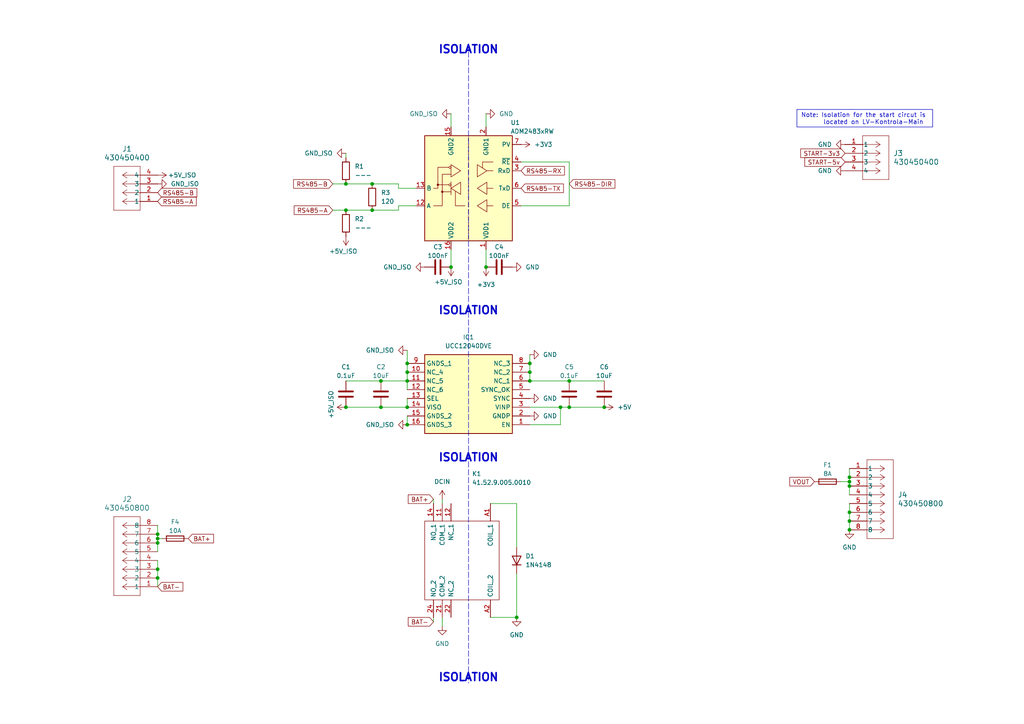
<source format=kicad_sch>
(kicad_sch (version 20250114) (generator "eeschema") (generator_version "9.0")
  (paper "A4")
  (title_block (title "LV_Regulator_Main") (rev "1.00A") (company "\"Black Horntets\" Formula Student team") (comment 1 "Authors: Dusan Novkovic; Nikola Popovic") (comment 2 "Subteam: Low Voltage Team"))
  (lib_symbols
    (symbol "2026-02-03_07-47-36:430450800" (pin_names (offset 0.254))
      (property "Reference" "J" (at 8.89 6.35 0))
      (property "Value" "430450800" (at 0 0 0))
      (symbol "430450800_1_1"
        (polyline (pts (xy 5.08 2.54) (xy 5.08 -20.32)) (stroke (width 0.127)))
        (polyline (pts (xy 5.08 -20.32) (xy 12.7 -20.32)) (stroke (width 0.127)))
        (polyline (pts (xy 10.16 0) (xy 5.08 0)) (stroke (width 0.127)))
        (polyline (pts (xy 10.16 0) (xy 8.89 0.8467)) (stroke (width 0.127)))
        (polyline (pts (xy 10.16 0) (xy 8.89 -0.8467)) (stroke (width 0.127)))
        (polyline (pts (xy 10.16 -2.54) (xy 5.08 -2.54)) (stroke (width 0.127)))
        (polyline (pts (xy 10.16 -2.54) (xy 8.89 -1.6933)) (stroke (width 0.127)))
        (polyline (pts (xy 10.16 -2.54) (xy 8.89 -3.3867)) (stroke (width 0.127)))
        (polyline (pts (xy 10.16 -5.08) (xy 5.08 -5.08)) (stroke (width 0.127)))
        (polyline (pts (xy 10.16 -5.08) (xy 8.89 -4.2333)) (stroke (width 0.127)))
        (polyline (pts (xy 10.16 -5.08) (xy 8.89 -5.9267)) (stroke (width 0.127)))
        (polyline (pts (xy 10.16 -7.62) (xy 5.08 -7.62)) (stroke (width 0.127)))
        (polyline (pts (xy 10.16 -7.62) (xy 8.89 -6.7733)) (stroke (width 0.127)))
        (polyline (pts (xy 10.16 -7.62) (xy 8.89 -8.4667)) (stroke (width 0.127)))
        (polyline (pts (xy 10.16 -10.16) (xy 5.08 -10.16)) (stroke (width 0.127)))
        (polyline (pts (xy 10.16 -10.16) (xy 8.89 -9.3133)) (stroke (width 0.127)))
        (polyline (pts (xy 10.16 -10.16) (xy 8.89 -11.0067)) (stroke (width 0.127)))
        (polyline (pts (xy 10.16 -12.7) (xy 5.08 -12.7)) (stroke (width 0.127)))
        (polyline (pts (xy 10.16 -12.7) (xy 8.89 -11.8533)) (stroke (width 0.127)))
        (polyline (pts (xy 10.16 -12.7) (xy 8.89 -13.5467)) (stroke (width 0.127)))
        (polyline (pts (xy 10.16 -15.24) (xy 5.08 -15.24)) (stroke (width 0.127)))
        (polyline (pts (xy 10.16 -15.24) (xy 8.89 -14.3933)) (stroke (width 0.127)))
        (polyline (pts (xy 10.16 -15.24) (xy 8.89 -16.0867)) (stroke (width 0.127)))
        (polyline (pts (xy 10.16 -17.78) (xy 5.08 -17.78)) (stroke (width 0.127)))
        (polyline (pts (xy 10.16 -17.78) (xy 8.89 -16.9333)) (stroke (width 0.127)))
        (polyline (pts (xy 10.16 -17.78) (xy 8.89 -18.6267)) (stroke (width 0.127)))
        (polyline (pts (xy 12.7 2.54) (xy 5.08 2.54)) (stroke (width 0.127)))
        (polyline (pts (xy 12.7 -20.32) (xy 12.7 2.54)) (stroke (width 0.127)))
        (pin unspecified line (at 0 0 0) (length 5.08) (name "1") (number "1"))
        (pin unspecified line (at 0 -2.54 0) (length 5.08) (name "2") (number "2"))
        (pin unspecified line (at 0 -5.08 0) (length 5.08) (name "3") (number "3"))
        (pin unspecified line (at 0 -7.62 0) (length 5.08) (name "4") (number "4"))
        (pin unspecified line (at 0 -10.16 0) (length 5.08) (name "5") (number "5"))
        (pin unspecified line (at 0 -12.7 0) (length 5.08) (name "6") (number "6"))
        (pin unspecified line (at 0 -15.24 0) (length 5.08) (name "7") (number "7"))
        (pin unspecified line (at 0 -17.78 0) (length 5.08) (name "8") (number "8"))
      )
      (symbol "430450800_1_2"
        (polyline (pts (xy 5.08 2.54) (xy 5.08 -20.32)) (stroke (width 0.127)))
        (polyline (pts (xy 5.08 -20.32) (xy 12.7 -20.32)) (stroke (width 0.127)))
        (polyline (pts (xy 7.62 0) (xy 5.08 0)) (stroke (width 0.127)))
        (polyline (pts (xy 7.62 0) (xy 8.89 0.8467)) (stroke (width 0.127)))
        (polyline (pts (xy 7.62 0) (xy 8.89 -0.8467)) (stroke (width 0.127)))
        (polyline (pts (xy 7.62 -2.54) (xy 5.08 -2.54)) (stroke (width 0.127)))
        (polyline (pts (xy 7.62 -2.54) (xy 8.89 -1.6933)) (stroke (width 0.127)))
        (polyline (pts (xy 7.62 -2.54) (xy 8.89 -3.3867)) (stroke (width 0.127)))
        (polyline (pts (xy 7.62 -5.08) (xy 5.08 -5.08)) (stroke (width 0.127)))
        (polyline (pts (xy 7.62 -5.08) (xy 8.89 -4.2333)) (stroke (width 0.127)))
        (polyline (pts (xy 7.62 -5.08) (xy 8.89 -5.9267)) (stroke (width 0.127)))
        (polyline (pts (xy 7.62 -7.62) (xy 5.08 -7.62)) (stroke (width 0.127)))
        (polyline (pts (xy 7.62 -7.62) (xy 8.89 -6.7733)) (stroke (width 0.127)))
        (polyline (pts (xy 7.62 -7.62) (xy 8.89 -8.4667)) (stroke (width 0.127)))
        (polyline (pts (xy 7.62 -10.16) (xy 5.08 -10.16)) (stroke (width 0.127)))
        (polyline (pts (xy 7.62 -10.16) (xy 8.89 -9.3133)) (stroke (width 0.127)))
        (polyline (pts (xy 7.62 -10.16) (xy 8.89 -11.0067)) (stroke (width 0.127)))
        (polyline (pts (xy 7.62 -12.7) (xy 5.08 -12.7)) (stroke (width 0.127)))
        (polyline (pts (xy 7.62 -12.7) (xy 8.89 -11.8533)) (stroke (width 0.127)))
        (polyline (pts (xy 7.62 -12.7) (xy 8.89 -13.5467)) (stroke (width 0.127)))
        (polyline (pts (xy 7.62 -15.24) (xy 5.08 -15.24)) (stroke (width 0.127)))
        (polyline (pts (xy 7.62 -15.24) (xy 8.89 -14.3933)) (stroke (width 0.127)))
        (polyline (pts (xy 7.62 -15.24) (xy 8.89 -16.0867)) (stroke (width 0.127)))
        (polyline (pts (xy 7.62 -17.78) (xy 5.08 -17.78)) (stroke (width 0.127)))
        (polyline (pts (xy 7.62 -17.78) (xy 8.89 -16.9333)) (stroke (width 0.127)))
        (polyline (pts (xy 7.62 -17.78) (xy 8.89 -18.6267)) (stroke (width 0.127)))
        (polyline (pts (xy 12.7 2.54) (xy 5.08 2.54)) (stroke (width 0.127)))
        (polyline (pts (xy 12.7 -20.32) (xy 12.7 2.54)) (stroke (width 0.127)))
        (pin unspecified line (at 0 0 0) (length 5.08) (name "1") (number "1"))
        (pin unspecified line (at 0 -2.54 0) (length 5.08) (name "2") (number "2"))
        (pin unspecified line (at 0 -5.08 0) (length 5.08) (name "3") (number "3"))
        (pin unspecified line (at 0 -7.62 0) (length 5.08) (name "4") (number "4"))
        (pin unspecified line (at 0 -10.16 0) (length 5.08) (name "5") (number "5"))
        (pin unspecified line (at 0 -12.7 0) (length 5.08) (name "6") (number "6"))
        (pin unspecified line (at 0 -15.24 0) (length 5.08) (name "7") (number "7"))
        (pin unspecified line (at 0 -17.78 0) (length 5.08) (name "8") (number "8"))
      )
    )
    (symbol "2026-02-03_07-49-24:430450400" (pin_names (offset 0.254))
      (property "Reference" "J" (at 8.89 6.35 0))
      (property "Value" "430450400" (at 0 0 0))
      (symbol "430450400_1_1"
        (polyline (pts (xy 5.08 2.54) (xy 5.08 -10.16)) (stroke (width 0.127)))
        (polyline (pts (xy 5.08 -10.16) (xy 12.7 -10.16)) (stroke (width 0.127)))
        (polyline (pts (xy 10.16 0) (xy 5.08 0)) (stroke (width 0.127)))
        (polyline (pts (xy 10.16 0) (xy 8.89 0.8467)) (stroke (width 0.127)))
        (polyline (pts (xy 10.16 0) (xy 8.89 -0.8467)) (stroke (width 0.127)))
        (polyline (pts (xy 10.16 -2.54) (xy 5.08 -2.54)) (stroke (width 0.127)))
        (polyline (pts (xy 10.16 -2.54) (xy 8.89 -1.6933)) (stroke (width 0.127)))
        (polyline (pts (xy 10.16 -2.54) (xy 8.89 -3.3867)) (stroke (width 0.127)))
        (polyline (pts (xy 10.16 -5.08) (xy 5.08 -5.08)) (stroke (width 0.127)))
        (polyline (pts (xy 10.16 -5.08) (xy 8.89 -4.2333)) (stroke (width 0.127)))
        (polyline (pts (xy 10.16 -5.08) (xy 8.89 -5.9267)) (stroke (width 0.127)))
        (polyline (pts (xy 10.16 -7.62) (xy 5.08 -7.62)) (stroke (width 0.127)))
        (polyline (pts (xy 10.16 -7.62) (xy 8.89 -6.7733)) (stroke (width 0.127)))
        (polyline (pts (xy 10.16 -7.62) (xy 8.89 -8.4667)) (stroke (width 0.127)))
        (polyline (pts (xy 12.7 2.54) (xy 5.08 2.54)) (stroke (width 0.127)))
        (polyline (pts (xy 12.7 -10.16) (xy 12.7 2.54)) (stroke (width 0.127)))
        (pin unspecified line (at 0 0 0) (length 5.08) (name "1") (number "1"))
        (pin unspecified line (at 0 -2.54 0) (length 5.08) (name "2") (number "2"))
        (pin unspecified line (at 0 -5.08 0) (length 5.08) (name "3") (number "3"))
        (pin unspecified line (at 0 -7.62 0) (length 5.08) (name "4") (number "4"))
      )
      (symbol "430450400_1_2"
        (polyline (pts (xy 5.08 2.54) (xy 5.08 -10.16)) (stroke (width 0.127)))
        (polyline (pts (xy 5.08 -10.16) (xy 12.7 -10.16)) (stroke (width 0.127)))
        (polyline (pts (xy 7.62 0) (xy 5.08 0)) (stroke (width 0.127)))
        (polyline (pts (xy 7.62 0) (xy 8.89 0.8467)) (stroke (width 0.127)))
        (polyline (pts (xy 7.62 0) (xy 8.89 -0.8467)) (stroke (width 0.127)))
        (polyline (pts (xy 7.62 -2.54) (xy 5.08 -2.54)) (stroke (width 0.127)))
        (polyline (pts (xy 7.62 -2.54) (xy 8.89 -1.6933)) (stroke (width 0.127)))
        (polyline (pts (xy 7.62 -2.54) (xy 8.89 -3.3867)) (stroke (width 0.127)))
        (polyline (pts (xy 7.62 -5.08) (xy 5.08 -5.08)) (stroke (width 0.127)))
        (polyline (pts (xy 7.62 -5.08) (xy 8.89 -4.2333)) (stroke (width 0.127)))
        (polyline (pts (xy 7.62 -5.08) (xy 8.89 -5.9267)) (stroke (width 0.127)))
        (polyline (pts (xy 7.62 -7.62) (xy 5.08 -7.62)) (stroke (width 0.127)))
        (polyline (pts (xy 7.62 -7.62) (xy 8.89 -6.7733)) (stroke (width 0.127)))
        (polyline (pts (xy 7.62 -7.62) (xy 8.89 -8.4667)) (stroke (width 0.127)))
        (polyline (pts (xy 12.7 2.54) (xy 5.08 2.54)) (stroke (width 0.127)))
        (polyline (pts (xy 12.7 -10.16) (xy 12.7 2.54)) (stroke (width 0.127)))
        (pin unspecified line (at 0 0 0) (length 5.08) (name "1") (number "1"))
        (pin unspecified line (at 0 -2.54 0) (length 5.08) (name "2") (number "2"))
        (pin unspecified line (at 0 -5.08 0) (length 5.08) (name "3") (number "3"))
        (pin unspecified line (at 0 -7.62 0) (length 5.08) (name "4") (number "4"))
      )
    )
    (symbol "41.52.9.005.0010:41.52.9.005.0010" (pin_names (offset 0.762))
      (property "Reference" "K" (at 29.21 7.112 0))
      (property "Value" "41.52.9.005.0010" (at 29.21 4.572 0))
      (symbol "41.52.9.005.0010_0_0"
        (pin passive line (at 0 8.89 0) (length 5.08) (name "COIL_1") (number "A1"))
        (pin passive line (at 0 -2.54 0) (length 5.08) (name "NC_1") (number "12"))
        (pin passive line (at 0 -5.08 0) (length 5.08) (name "COM_1") (number "11"))
        (pin passive line (at 0 -7.62 0) (length 5.08) (name "NO_1") (number "14"))
        (pin passive line (at 33.02 8.89 180) (length 5.08) (name "COIL_2") (number "A2"))
        (pin passive line (at 33.02 -2.54 180) (length 5.08) (name "NC_2") (number "22"))
        (pin passive line (at 33.02 -5.08 180) (length 5.08) (name "COM_2") (number "21"))
        (pin passive line (at 33.02 -7.62 180) (length 5.08) (name "NO_2") (number "24"))
      )
      (symbol "41.52.9.005.0010_0_1"
        (polyline (pts (xy 5.08 11.43) (xy 27.94 11.43) (xy 27.94 -10.16) (xy 5.08 -10.16) (xy 5.08 11.43)) (stroke (width 0.1524)))
      )
    )
    (symbol "Device:C" (pin_numbers (hide yes)) (pin_names (offset 0.254))
      (property "Reference" "C" (at 0.635 2.54 0))
      (property "Value" "C" (at 0.635 -2.54 0))
      (symbol "C_0_1"
        (polyline (pts (xy -2.032 0.762) (xy 2.032 0.762)) (stroke (width 0.508)))
        (polyline (pts (xy -2.032 -0.762) (xy 2.032 -0.762)) (stroke (width 0.508)))
      )
      (symbol "C_1_1"
        (pin passive line (at 0 3.81 270) (length 2.794) (name "~") (number "1"))
        (pin passive line (at 0 -3.81 90) (length 2.794) (name "~") (number "2"))
      )
    )
    (symbol "Device:D" (pin_numbers (hide yes)) (pin_names (offset 1.016) (hide yes))
      (property "Reference" "D" (at 0 2.54 0))
      (property "Value" "D" (at 0 -2.54 0))
      (symbol "D_0_1"
        (polyline (pts (xy -1.27 1.27) (xy -1.27 -1.27)) (stroke (width 0.254)))
        (polyline (pts (xy 1.27 1.27) (xy 1.27 -1.27) (xy -1.27 0) (xy 1.27 1.27)) (stroke (width 0.254)))
        (polyline (pts (xy 1.27 0) (xy -1.27 0)))
      )
      (symbol "D_1_1"
        (pin passive line (at -3.81 0 0) (length 2.54) (name "K") (number "1"))
        (pin passive line (at 3.81 0 180) (length 2.54) (name "A") (number "2"))
      )
    )
    (symbol "Device:Fuse" (pin_numbers (hide yes)) (pin_names (offset 0))
      (property "Reference" "F" (at 2.032 0 90))
      (property "Value" "Fuse" (at -1.905 0 90))
      (symbol "Fuse_0_1"
        (rectangle (start -0.762 -2.54) (end 0.762 2.54) (stroke (width 0.254)))
        (polyline (pts (xy 0 2.54) (xy 0 -2.54)))
      )
      (symbol "Fuse_1_1"
        (pin passive line (at 0 3.81 270) (length 1.27) (name "~") (number "1"))
        (pin passive line (at 0 -3.81 90) (length 1.27) (name "~") (number "2"))
      )
    )
    (symbol "Device:R" (pin_numbers (hide yes)) (pin_names (offset 0))
      (property "Reference" "R" (at 2.032 0 90))
      (property "Value" "R" (at 0 0 90))
      (symbol "R_0_1"
        (rectangle (start -1.016 -2.54) (end 1.016 2.54) (stroke (width 0.254)))
      )
      (symbol "R_1_1"
        (pin passive line (at 0 3.81 270) (length 1.27) (name "~") (number "1"))
        (pin passive line (at 0 -3.81 90) (length 1.27) (name "~") (number "2"))
      )
    )
    (symbol "Interface_UART:ADM2483xRW"
      (property "Reference" "U" (at -12.7 16.51 0))
      (property "Value" "ADM2483xRW" (at 6.35 16.51 0))
      (symbol "ADM2483xRW_0_0"
        (polyline (pts (xy 0 14.986) (xy 0 13.716)))
        (polyline (pts (xy 0 13.081) (xy 0 11.811)))
        (polyline (pts (xy 0 11.176) (xy 0 9.906)))
        (polyline (pts (xy 0 9.271) (xy 0 8.001)))
        (polyline (pts (xy 0 7.366) (xy 0 6.096)))
        (polyline (pts (xy 0 5.461) (xy 0 4.191)))
        (polyline (pts (xy 0 3.556) (xy 0 2.286)))
        (polyline (pts (xy 0 1.651) (xy 0 0.381)))
        (polyline (pts (xy 0 -0.254) (xy 0 -1.524)))
        (polyline (pts (xy 0 -2.159) (xy 0 -3.429)))
        (polyline (pts (xy 0 -4.064) (xy 0 -5.334)))
        (polyline (pts (xy 0 -5.969) (xy 0 -7.239)))
        (polyline (pts (xy 0 -7.874) (xy 0 -9.144)))
        (polyline (pts (xy 0 -9.779) (xy 0 -11.049)))
        (polyline (pts (xy 0 -11.684) (xy 0 -12.954)))
        (polyline (pts (xy 0 -13.589) (xy 0 -14.859)))
      )
      (symbol "ADM2483xRW_0_1"
        (rectangle (start -12.7 15.24) (end 12.7 -15.24) (stroke (width 0.254)) (fill (type background)))
        (polyline (pts (xy -7.112 -7.62) (xy -4.064 -7.62) (xy -4.064 -5.969)))
        (polyline (pts (xy -5.334 5.08) (xy -7.112 5.08)))
        (polyline (pts (xy -5.334 0) (xy -7.112 0)))
        (polyline (pts (xy -5.334 -5.08) (xy -7.112 -5.08)))
        (polyline (pts (xy -5.334 -5.08) (xy -2.54 -3.302) (xy -2.54 -6.858) (xy -5.334 -5.08)))
        (polyline (pts (xy -2.54 5.08) (xy -5.334 6.858) (xy -5.334 3.302) (xy -2.54 5.08)))
        (polyline (pts (xy -2.54 0) (xy -5.334 1.778) (xy -5.334 -1.778) (xy -2.54 0)))
        (polyline (pts (xy 1.016 5.08) (xy 3.81 5.08) (xy 3.81 0.889)))
        (polyline (pts (xy 2.286 -5.08) (xy 5.08 -3.302) (xy 5.08 -6.858) (xy 2.286 -5.08)))
        (polyline (pts (xy 5.08 1.905) (xy 5.08 -1.905)))
        (polyline (pts (xy 5.08 1.016) (xy 7.62 1.016)))
        (polyline (pts (xy 5.08 0) (xy 2.286 1.778) (xy 2.286 -1.778) (xy 5.08 0)))
        (polyline (pts (xy 5.08 -4.064) (xy 7.62 -4.064) (xy 7.62 5.08) (xy 10.16 5.08)))
        (circle (center 5.3848 -0.9906) (radius 0.3048))
        (circle (center 5.3848 -6.0706) (radius 0.3048))
        (polyline (pts (xy 5.715 -1.016) (xy 8.89 -1.016)))
        (polyline (pts (xy 5.715 -6.096) (xy 8.89 -6.096) (xy 8.89 0) (xy 10.16 0)))
        (circle (center 7.62 1.016) (radius 0.254) (fill (type outline)))
        (circle (center 8.89 -1.016) (radius 0.254) (fill (type outline)))
      )
      (symbol "ADM2483xRW_1_1"
        (pin input line (at -15.24 5.08 0) (length 2.54) (name "DE") (number "5"))
        (pin input line (at -15.24 0 0) (length 2.54) (name "TxD") (number "6"))
        (pin output line (at -15.24 -5.08 0) (length 2.54) (name "RxD") (number "3"))
        (pin input line (at -15.24 -7.62 0) (length 2.54) (name "~{RE}") (number "4"))
        (pin input line (at -15.24 -12.7 0) (length 2.54) (name "PV") (number "7"))
        (pin power_in line (at -5.08 17.78 270) (length 2.54) (name "VDD1") (number "1"))
        (pin power_in line (at -5.08 -17.78 90) (length 2.54) (name "GND1") (number "2"))
        (pin passive line (at -5.08 -17.78 90) (length 2.54) (hide yes) (name "GND1") (number "8"))
        (pin power_in line (at 5.08 17.78 270) (length 2.54) (name "VDD2") (number "16"))
        (pin power_in line (at 5.08 -17.78 90) (length 2.54) (name "GND2") (number "15"))
        (pin passive line (at 5.08 -17.78 90) (length 2.54) (hide yes) (name "GND2") (number "9"))
        (pin no_connect line (at 7.62 -15.24 90) (length 2.54) (hide yes) (name "NC") (number "10"))
        (pin no_connect line (at 12.7 7.62 180) (length 2.54) (hide yes) (name "NC") (number "14"))
        (pin no_connect line (at 12.7 -7.62 180) (length 2.54) (hide yes) (name "NC") (number "11"))
        (pin bidirectional line (at 15.24 5.08 180) (length 2.54) (name "A") (number "12"))
        (pin bidirectional line (at 15.24 0 180) (length 2.54) (name "B") (number "13"))
      )
    )
    (symbol "UCC12040DVE:UCC12040DVE"
      (property "Reference" "IC" (at 31.75 7.62 0))
      (property "Value" "UCC12040DVE" (at 31.75 5.08 0))
      (symbol "UCC12040DVE_1_1"
        (rectangle (start 5.08 2.54) (end 30.48 -20.32) (stroke (width 0.254)) (fill (type background)))
        (pin passive line (at 0 0 0) (length 5.08) (name "EN") (number "1"))
        (pin passive line (at 0 -2.54 0) (length 5.08) (name "GNDP") (number "2"))
        (pin passive line (at 0 -5.08 0) (length 5.08) (name "VINP") (number "3"))
        (pin passive line (at 0 -7.62 0) (length 5.08) (name "SYNC") (number "4"))
        (pin passive line (at 0 -10.16 0) (length 5.08) (name "SYNC_OK") (number "5"))
        (pin passive line (at 0 -12.7 0) (length 5.08) (name "NC_1") (number "6"))
        (pin passive line (at 0 -15.24 0) (length 5.08) (name "NC_2") (number "7"))
        (pin passive line (at 0 -17.78 0) (length 5.08) (name "NC_3") (number "8"))
        (pin passive line (at 35.56 0 180) (length 5.08) (name "GNDS_3") (number "16"))
        (pin passive line (at 35.56 -2.54 180) (length 5.08) (name "GNDS_2") (number "15"))
        (pin passive line (at 35.56 -5.08 180) (length 5.08) (name "VISO") (number "14"))
        (pin passive line (at 35.56 -7.62 180) (length 5.08) (name "SEL") (number "13"))
        (pin passive line (at 35.56 -10.16 180) (length 5.08) (name "NC_6") (number "12"))
        (pin passive line (at 35.56 -12.7 180) (length 5.08) (name "NC_5") (number "11"))
        (pin passive line (at 35.56 -15.24 180) (length 5.08) (name "NC_4") (number "10"))
        (pin passive line (at 35.56 -17.78 180) (length 5.08) (name "GNDS_1") (number "9"))
      )
    )
    (symbol "power:+3V3" (power) (pin_numbers (hide yes)) (pin_names (offset 0) (hide yes))
      (property "Value" "+3V3" (at 0 3.556 0))
      (symbol "+3V3_0_1"
        (polyline (pts (xy -0.762 1.27) (xy 0 2.54)))
        (polyline (pts (xy 0 2.54) (xy 0.762 1.27)))
        (polyline (pts (xy 0 0) (xy 0 2.54)))
      )
      (symbol "+3V3_1_1"
        (pin power_in line (at 0 0 90) (length 0) (name "~") (number "1"))
      )
    )
    (symbol "power:+5V" (power) (pin_numbers (hide yes)) (pin_names (offset 0) (hide yes))
      (property "Value" "+5V" (at 0 3.556 0))
      (symbol "+5V_0_1"
        (polyline (pts (xy -0.762 1.27) (xy 0 2.54)))
        (polyline (pts (xy 0 2.54) (xy 0.762 1.27)))
        (polyline (pts (xy 0 0) (xy 0 2.54)))
      )
      (symbol "+5V_1_1"
        (pin power_in line (at 0 0 90) (length 0) (name "~") (number "1"))
      )
    )
    (symbol "power:GND" (power) (pin_numbers (hide yes)) (pin_names (offset 0) (hide yes))
      (property "Value" "GND" (at 0 -3.81 0))
      (symbol "GND_0_1"
        (polyline (pts (xy 0 0) (xy 0 -1.27) (xy 1.27 -1.27) (xy 0 -2.54) (xy -1.27 -1.27) (xy 0 -1.27)))
      )
      (symbol "GND_1_1"
        (pin power_in line (at 0 0 270) (length 0) (name "~") (number "1"))
      )
    )
    (symbol "power:VD" (power) (pin_numbers (hide yes)) (pin_names (offset 0) (hide yes))
      (property "Value" "VD" (at 0 3.556 0))
      (symbol "VD_0_1"
        (polyline (pts (xy -0.762 1.27) (xy 0 2.54)))
        (polyline (pts (xy 0 2.54) (xy 0.762 1.27)))
        (polyline (pts (xy 0 0) (xy 0 2.54)))
      )
      (symbol "VD_1_1"
        (pin power_in line (at 0 0 90) (length 0) (name "~") (number "1"))
      )
    )
  )
  (rectangle (start 231.14 31.75) (end 270.51 36.83))
  (text "ISOLATION" (at 135.89 196.596 0) (effects (font (size 2.286 2.286) (thickness 0.4572) (bold yes))))
  (text "ISOLATION" (at 135.89 90.17 0) (effects (font (size 2.286 2.286) (thickness 0.4572) (bold yes))))
  (text "Note: Isolation for the start circut is\n	 located on LV-Kontrola-Main" (at 250.444 34.544 0) (effects (font (size 1.27 1.27))))
  (text "ISOLATION" (at 135.89 14.478 0) (effects (font (size 2.286 2.286) (thickness 0.4572) (bold yes))))
  (text "ISOLATION" (at 135.89 132.842 0) (effects (font (size 2.286 2.286) (thickness 0.4572) (bold yes))))
  (junction (at 130.81 77.47))
  (junction (at 45.72 157.48))
  (junction (at 45.72 154.94))
  (junction (at 153.67 105.41))
  (junction (at 246.38 139.7))
  (junction (at 165.1 118.11))
  (junction (at 118.11 110.49))
  (junction (at 246.38 151.13))
  (junction (at 175.26 118.11))
  (junction (at 118.11 107.95))
  (junction (at 149.86 179.07))
  (junction (at 153.67 110.49))
  (junction (at 110.49 110.49))
  (junction (at 165.1 110.49))
  (junction (at 100.33 60.96))
  (junction (at 100.33 53.34))
  (junction (at 110.49 118.11))
  (junction (at 246.38 138.43))
  (junction (at 107.95 60.96))
  (junction (at 153.67 107.95))
  (junction (at 118.11 123.19))
  (junction (at 100.33 118.11))
  (junction (at 45.72 167.64))
  (junction (at 118.11 105.41))
  (junction (at 45.72 156.21))
  (junction (at 118.11 118.11))
  (junction (at 140.97 77.47))
  (junction (at 107.95 53.34))
  (junction (at 162.56 118.11))
  (junction (at 246.38 140.97))
  (junction (at 246.38 148.59))
  (junction (at 45.72 165.1))
  (junction (at 246.38 153.67))
  (wire (pts (xy 120.65 59.69) (xy 115.57 59.69)))
  (wire (pts (xy 149.86 179.07) (xy 149.86 166.37)))
  (wire (pts (xy 118.11 105.41) (xy 118.11 107.95)))
  (wire (pts (xy 128.27 181.61) (xy 128.27 179.07)))
  (wire (pts (xy 140.97 33.02) (xy 140.97 36.83)))
  (wire (pts (xy 142.24 146.05) (xy 149.86 146.05)))
  (wire (pts (xy 115.57 53.34) (xy 107.95 53.34)))
  (wire (pts (xy 246.38 146.05) (xy 246.38 148.59)))
  (wire (pts (xy 153.67 105.41) (xy 153.67 107.95)))
  (wire (pts (xy 165.1 110.49) (xy 175.26 110.49)))
  (wire (pts (xy 162.56 123.19) (xy 162.56 118.11)))
  (wire (pts (xy 118.11 101.6) (xy 118.11 105.41)))
  (wire (pts (xy 130.81 72.39) (xy 130.81 77.47)))
  (wire (pts (xy 110.49 110.49) (xy 118.11 110.49)))
  (wire (pts (xy 162.56 118.11) (xy 165.1 118.11)))
  (wire (pts (xy 115.57 59.69) (xy 115.57 60.96)))
  (wire (pts (xy 128.27 144.78) (xy 128.27 146.05)))
  (wire (pts (xy 45.72 152.4) (xy 45.72 154.94)))
  (wire (pts (xy 246.38 139.7) (xy 246.38 140.97)))
  (wire (pts (xy 165.1 118.11) (xy 175.26 118.11)))
  (wire (pts (xy 149.86 146.05) (xy 149.86 158.75)))
  (wire (pts (xy 45.72 162.56) (xy 45.72 165.1)))
  (wire (pts (xy 100.33 118.11) (xy 110.49 118.11)))
  (wire (pts (xy 153.67 110.49) (xy 165.1 110.49)))
  (wire (pts (xy 45.72 156.21) (xy 45.72 157.48)))
  (wire (pts (xy 107.95 60.96) (xy 100.33 60.96)))
  (wire (pts (xy 118.11 107.95) (xy 118.11 110.49)))
  (wire (pts (xy 246.38 135.89) (xy 246.38 138.43)))
  (wire (pts (xy 153.67 123.19) (xy 162.56 123.19)))
  (wire (pts (xy 246.38 151.13) (xy 246.38 153.67)))
  (wire (pts (xy 118.11 115.57) (xy 118.11 118.11)))
  (wire (pts (xy 46.99 156.21) (xy 45.72 156.21)))
  (wire (pts (xy 151.13 46.99) (xy 165.1 46.99)))
  (wire (pts (xy 246.38 148.59) (xy 246.38 151.13)))
  (wire (pts (xy 45.72 167.64) (xy 45.72 170.18)))
  (wire (pts (xy 100.33 110.49) (xy 110.49 110.49)))
  (wire (pts (xy 142.24 179.07) (xy 149.86 179.07)))
  (wire (pts (xy 125.73 180.34) (xy 125.73 179.07)))
  (wire (pts (xy 96.52 53.34) (xy 100.33 53.34)))
  (wire (pts (xy 125.73 144.78) (xy 125.73 146.05)))
  (wire (pts (xy 246.38 140.97) (xy 246.38 143.51)))
  (wire (pts (xy 115.57 60.96) (xy 107.95 60.96)))
  (wire (pts (xy 165.1 59.69) (xy 151.13 59.69)))
  (wire (pts (xy 100.33 44.45) (xy 100.33 45.72)))
  (wire (pts (xy 45.72 154.94) (xy 45.72 156.21)))
  (wire (pts (xy 96.52 60.96) (xy 100.33 60.96)))
  (wire (pts (xy 153.67 107.95) (xy 153.67 110.49)))
  (wire (pts (xy 45.72 157.48) (xy 45.72 160.02)))
  (wire (pts (xy 130.81 33.02) (xy 130.81 36.83)))
  (wire (pts (xy 243.84 139.7) (xy 246.38 139.7)))
  (wire (pts (xy 153.67 118.11) (xy 162.56 118.11)))
  (wire (pts (xy 118.11 120.65) (xy 118.11 123.19)))
  (wire (pts (xy 153.67 102.87) (xy 153.67 105.41)))
  (wire (pts (xy 110.49 118.11) (xy 118.11 118.11)))
  (wire (pts (xy 118.11 110.49) (xy 118.11 113.03)))
  (wire (pts (xy 246.38 138.43) (xy 246.38 139.7)))
  (wire (pts (xy 107.95 53.34) (xy 100.33 53.34)))
  (polyline (pts (xy 135.89 12.7) (xy 135.89 198.12)) (stroke (width 0) (type dash)))
  (wire (pts (xy 120.65 54.61) (xy 115.57 54.61)))
  (wire (pts (xy 140.97 72.39) (xy 140.97 77.47)))
  (wire (pts (xy 115.57 54.61) (xy 115.57 53.34)))
  (wire (pts (xy 165.1 46.99) (xy 165.1 59.69)))
  (wire (pts (xy 45.72 165.1) (xy 45.72 167.64)))
  (global_label "BAT-" (shape input) (at 125.73 180.34 180) (property "Intersheetrefs" "${INTERSHEET_REFS}" (effects (hide yes))))
  (global_label "BAT+" (shape input) (at 54.61 156.21 0) (property "Intersheetrefs" "${INTERSHEET_REFS}" (effects (hide yes))))
  (global_label "RS485-DIR" (shape input) (at 165.1 53.34 0) (property "Intersheetrefs" "${INTERSHEET_REFS}" (effects (hide yes))))
  (global_label "RS485-A" (shape input) (at 96.52 60.96 180) (property "Intersheetrefs" "${INTERSHEET_REFS}" (effects (hide yes))))
  (global_label "START-5v" (shape input) (at 245.11 46.99 180) (property "Intersheetrefs" "${INTERSHEET_REFS}" (effects (hide yes))))
  (global_label "RS485-B" (shape input) (at 96.52 53.34 180) (property "Intersheetrefs" "${INTERSHEET_REFS}" (effects (hide yes))))
  (global_label "RS485-TX" (shape input) (at 151.13 54.61 0) (property "Intersheetrefs" "${INTERSHEET_REFS}" (effects (hide yes))))
  (global_label "BAT+" (shape input) (at 125.73 144.78 180) (property "Intersheetrefs" "${INTERSHEET_REFS}" (effects (hide yes))))
  (global_label "RS485-RX" (shape input) (at 151.13 49.53 0) (property "Intersheetrefs" "${INTERSHEET_REFS}" (effects (hide yes))))
  (global_label "RS485-A" (shape input) (at 45.72 58.42 0) (property "Intersheetrefs" "${INTERSHEET_REFS}" (effects (hide yes))))
  (global_label "BAT-" (shape input) (at 45.72 170.18 0) (property "Intersheetrefs" "${INTERSHEET_REFS}" (effects (hide yes))))
  (global_label "RS485-B" (shape input) (at 45.72 55.88 0) (property "Intersheetrefs" "${INTERSHEET_REFS}" (effects (hide yes))))
  (global_label "START-3v3" (shape input) (at 245.11 44.45 180) (property "Intersheetrefs" "${INTERSHEET_REFS}" (effects (hide yes))))
  (global_label "VOUT" (shape input) (at 236.22 139.7 180) (property "Intersheetrefs" "${INTERSHEET_REFS}" (effects (hide yes))))
  (symbol (lib_id "power:VD") (at 128.27 144.78 0) (unit 1)
    (property "Reference" "#PWR09" (effects (hide yes)))
    (property "Value" "DCIN" (at 128.27 139.7 0))
    (property "Description" "Power symbol creates a global label with name \"VD\"" (effects (hide yes)))
  )
  (symbol (lib_id "power:GND") (at 118.11 123.19 270) (unit 1)
    (property "Reference" "#PWR07" (effects (hide yes)))
    (property "Value" "GND_ISO" (at 114.3 123.1899 90) (effects (justify right)))
    (property "Description" "Power symbol creates a global label with name \"GND\" , ground" (effects (hide yes)))
  )
  (symbol (lib_id "power:+5V") (at 175.26 118.11 270) (unit 1)
    (property "Reference" "#PWR021" (effects (hide yes)))
    (property "Value" "+5V" (at 179.07 118.1099 90) (effects (justify left)))
    (property "Description" "Power symbol creates a global label with name \"+5V\"" (effects (hide yes)))
  )
  (symbol (lib_id "power:GND") (at 45.72 53.34 90) (unit 1)
    (property "Reference" "#PWR02" (effects (hide yes)))
    (property "Value" "GND_ISO" (at 49.53 53.3399 90) (effects (justify right)))
    (property "Description" "Power symbol creates a global label with name \"GND\" , ground" (effects (hide yes)))
  )
  (symbol (lib_id "power:+5V") (at 100.33 118.11 90) (unit 1)
    (property "Reference" "#PWR05" (effects (hide yes)))
    (property "Value" "+5V_ISO" (at 96.012 117.348 0))
    (property "Description" "Power symbol creates a global label with name \"+5V\"" (effects (hide yes)))
  )
  (symbol (lib_id "Device:C") (at 100.33 114.3 180) (unit 1)
    (property "Reference" "C1" (at 100.33 106.426 0))
    (property "Value" "0.1uF" (at 100.33 108.966 0))
    (property "Description" "Unpolarized capacitor" (effects (hide yes)))
  )
  (symbol (lib_id "Device:C") (at 175.26 114.3 180) (unit 1)
    (property "Reference" "C6" (at 175.26 106.426 0))
    (property "Value" "10uF" (at 175.26 108.966 0))
    (property "Description" "Unpolarized capacitor" (effects (hide yes)))
  )
  (symbol (lib_id "power:+3V3") (at 151.13 41.91 270) (unit 1)
    (property "Reference" "#PWR017" (effects (hide yes)))
    (property "Value" "+3V3" (at 154.94 41.9099 90) (effects (justify left)))
    (property "Description" "Power symbol creates a global label with name \"+3V3\"" (effects (hide yes)))
  )
  (symbol (lib_id "41.52.9.005.0010:41.52.9.005.0010") (at 133.35 146.05 270) (unit 1)
    (property "Reference" "K1" (at 136.906 137.414 90) (effects (justify left)))
    (property "Value" "41.52.9.005.0010" (at 136.906 139.954 90) (effects (justify left)))
    (property "Footprint" "415290050010" (effects (hide yes)))
    (property "Datasheet" "https://cdn.findernet.com/app/uploads/2020/09/13142529/S41EN.pdf" (effects (hide yes)))
    (property "Description" "Relay: electromagnetic; DPDT; Ucoil: 5VDC; 8A/250VAC; 8A/30VDC; 15A" (effects (hide yes)))
    (property "Description_1" "Relay: electromagnetic; DPDT; Ucoil: 5VDC; 8A/250VAC; 8A/30VDC; 15A" (effects (hide yes)))
    (property "Height" "15.7" (effects (hide yes)))
    (property "Manufacturer_Name" "FINDER" (effects (hide yes)))
    (property "Manufacturer_Part_Number" "41.52.9.005.0010" (effects (hide yes)))
  )
  (symbol (lib_id "power:+3V3") (at 140.97 77.47 180) (unit 1)
    (property "Reference" "#PWR014" (effects (hide yes)))
    (property "Value" "+3V3" (at 140.97 82.55 0))
    (property "Description" "Power symbol creates a global label with name \"+3V3\"" (effects (hide yes)))
  )
  (symbol (lib_id "power:GND") (at 100.33 44.45 270) (unit 1)
    (property "Reference" "#PWR03" (effects (hide yes)))
    (property "Value" "GND_ISO" (at 96.52 44.4499 90) (effects (justify right)))
    (property "Description" "Power symbol creates a global label with name \"GND\" , ground" (effects (hide yes)))
  )
  (symbol (lib_id "power:+5V") (at 130.81 77.47 180) (unit 1)
    (property "Reference" "#PWR012" (effects (hide yes)))
    (property "Value" "+5V_ISO" (at 130.048 81.788 0))
    (property "Description" "Power symbol creates a global label with name \"+5V\"" (effects (hide yes)))
  )
  (symbol (lib_id "Device:Fuse") (at 240.03 139.7 90) (unit 1)
    (property "Reference" "F1" (at 240.03 134.874 90))
    (property "Value" "8A" (at 240.03 137.414 90))
    (property "Description" "Fuse" (effects (hide yes)))
  )
  (symbol (lib_id "power:GND") (at 148.59 77.47 90) (unit 1)
    (property "Reference" "#PWR015" (effects (hide yes)))
    (property "Value" "GND" (at 152.4 77.4699 90) (effects (justify right)))
    (property "Description" "Power symbol creates a global label with name \"GND\" , ground" (effects (hide yes)))
  )
  (symbol (lib_id "2026-02-03_07-49-24:430450400") (at 45.72 58.42 180) (unit 1)
    (property "Reference" "J1" (at 36.83 43.18 0) (effects (font (size 1.524 1.524))))
    (property "Value" "430450400" (at 36.83 45.72 0) (effects (font (size 1.524 1.524))))
    (property "Footprint" "CONN_SD-43045-001_04_MOL" (effects (hide yes)))
    (property "Datasheet" "https://www.molex.com/en-us/products/part-detail-pdf/430450400?display=pdf" (effects (hide yes)))
  )
  (symbol (lib_id "Device:R") (at 100.33 49.53 0) (unit 1)
    (property "Reference" "R1" (at 102.87 48.2599 0) (effects (justify left)))
    (property "Value" "---" (at 102.87 50.7999 0) (effects (justify left)))
    (property "Description" "Resistor" (effects (hide yes)))
  )
  (symbol (lib_id "power:GND") (at 153.67 115.57 90) (unit 1)
    (property "Reference" "#PWR019" (effects (hide yes)))
    (property "Value" "GND" (at 157.48 115.5699 90) (effects (justify right)))
    (property "Description" "Power symbol creates a global label with name \"GND\" , ground" (effects (hide yes)))
  )
  (symbol (lib_id "Device:R") (at 100.33 64.77 0) (unit 1)
    (property "Reference" "R2" (at 102.87 63.4999 0) (effects (justify left)))
    (property "Value" "---" (at 102.87 66.0399 0) (effects (justify left)))
    (property "Description" "Resistor" (effects (hide yes)))
  )
  (symbol (lib_id "power:GND") (at 118.11 101.6 270) (unit 1)
    (property "Reference" "#PWR06" (effects (hide yes)))
    (property "Value" "GND_ISO" (at 114.3 101.5999 90) (effects (justify right)))
    (property "Description" "Power symbol creates a global label with name \"GND\" , ground" (effects (hide yes)))
  )
  (symbol (lib_id "power:GND") (at 245.11 41.91 270) (unit 1)
    (property "Reference" "#PWR022" (effects (hide yes)))
    (property "Value" "GND" (at 241.3 41.9099 90) (effects (justify right)))
    (property "Description" "Power symbol creates a global label with name \"GND\" , ground" (effects (hide yes)))
  )
  (symbol (lib_id "power:GND") (at 149.86 179.07 0) (unit 1)
    (property "Reference" "#PWR016" (effects (hide yes)))
    (property "Value" "GND" (at 149.86 184.15 0))
    (property "Description" "Power symbol creates a global label with name \"GND\" , ground" (effects (hide yes)))
  )
  (symbol (lib_id "power:GND") (at 123.19 77.47 270) (unit 1)
    (property "Reference" "#PWR08" (effects (hide yes)))
    (property "Value" "GND_ISO" (at 119.38 77.4699 90) (effects (justify right)))
    (property "Description" "Power symbol creates a global label with name \"GND\" , ground" (effects (hide yes)))
  )
  (symbol (lib_id "Device:C") (at 127 77.47 90) (unit 1)
    (property "Reference" "C3" (at 127 71.628 90))
    (property "Value" "100nF" (at 127 74.168 90))
    (property "Description" "Unpolarized capacitor" (effects (hide yes)))
  )
  (symbol (lib_id "Device:C") (at 110.49 114.3 180) (unit 1)
    (property "Reference" "C2" (at 110.49 106.426 0))
    (property "Value" "10uF" (at 110.49 108.966 0))
    (property "Description" "Unpolarized capacitor" (effects (hide yes)))
  )
  (symbol (lib_id "power:+5V") (at 100.33 68.58 180) (unit 1)
    (property "Reference" "#PWR04" (effects (hide yes)))
    (property "Value" "+5V_ISO" (at 99.568 72.898 0))
    (property "Description" "Power symbol creates a global label with name \"+5V\"" (effects (hide yes)))
  )
  (symbol (lib_id "power:GND") (at 245.11 49.53 270) (unit 1)
    (property "Reference" "#PWR023" (effects (hide yes)))
    (property "Value" "GND" (at 241.3 49.5299 90) (effects (justify right)))
    (property "Description" "Power symbol creates a global label with name \"GND\" , ground" (effects (hide yes)))
  )
  (symbol (lib_id "power:+5V") (at 45.72 50.8 270) (unit 1)
    (property "Reference" "#PWR01" (effects (hide yes)))
    (property "Value" "+5V_ISO" (at 52.832 50.8 90))
    (property "Description" "Power symbol creates a global label with name \"+5V\"" (effects (hide yes)))
  )
  (symbol (lib_id "Device:Fuse") (at 50.8 156.21 90) (unit 1)
    (property "Reference" "F4" (at 50.8 151.384 90))
    (property "Value" "10A" (at 50.8 153.924 90))
    (property "Description" "Fuse" (effects (hide yes)))
  )
  (symbol (lib_id "2026-02-03_07-47-36:430450800") (at 45.72 170.18 180) (unit 1)
    (property "Reference" "J2" (at 36.83 144.78 0) (effects (font (size 1.524 1.524))))
    (property "Value" "430450800" (at 36.83 147.32 0) (effects (font (size 1.524 1.524))))
    (property "Footprint" "CONN_SD-43045-001_08_MOL" (effects (hide yes)))
    (property "Datasheet" "https://www.molex.com/en-us/products/part-detail-pdf/430450800?display=pdf" (effects (hide yes)))
  )
  (symbol (lib_id "Device:C") (at 144.78 77.47 90) (unit 1)
    (property "Reference" "C4" (at 144.78 71.628 90))
    (property "Value" "100nF" (at 144.78 74.168 90))
    (property "Description" "Unpolarized capacitor" (effects (hide yes)))
  )
  (symbol (lib_id "power:GND") (at 140.97 33.02 90) (unit 1)
    (property "Reference" "#PWR013" (effects (hide yes)))
    (property "Value" "GND" (at 144.78 33.0199 90) (effects (justify right)))
    (property "Description" "Power symbol creates a global label with name \"GND\" , ground" (effects (hide yes)))
  )
  (symbol (lib_id "Device:C") (at 165.1 114.3 180) (unit 1)
    (property "Reference" "C5" (at 165.1 106.426 0))
    (property "Value" "0.1uF" (at 165.1 108.966 0))
    (property "Description" "Unpolarized capacitor" (effects (hide yes)))
  )
  (symbol (lib_id "Interface_UART:ADM2483xRW") (at 135.89 54.61 180) (unit 1)
    (property "Reference" "U1" (at 148.082 35.56 0) (effects (justify right)))
    (property "Value" "ADM2483xRW" (at 148.082 38.1 0) (effects (justify right)))
    (property "Footprint" "Package_SO:SOIC-16W_7.5x10.3mm_P1.27mm" (effects (hide yes)))
    (property "Datasheet" "https://www.analog.com/media/en/technical-documentation/data-sheets/adm2483.pdf" (effects (hide yes)))
    (property "Description" "Isolated RS485/RS422 Transceiver, Half-Duplex, 500kbps, SOIC-16W" (effects (hide yes)))
  )
  (symbol (lib_id "power:GND") (at 153.67 120.65 90) (unit 1)
    (property "Reference" "#PWR020" (effects (hide yes)))
    (property "Value" "GND" (at 157.48 120.6499 90) (effects (justify right)))
    (property "Description" "Power symbol creates a global label with name \"GND\" , ground" (effects (hide yes)))
  )
  (symbol (lib_id "2026-02-03_07-49-24:430450400") (at 245.11 41.91 0) (unit 1)
    (property "Reference" "J3" (at 259.08 44.4499 0) (effects (font (size 1.524 1.524)) (justify left)))
    (property "Value" "430450400" (at 259.08 46.9899 0) (effects (font (size 1.524 1.524)) (justify left)))
    (property "Footprint" "CONN_SD-43045-001_04_MOL" (effects (hide yes)))
    (property "Datasheet" "https://www.molex.com/en-us/products/part-detail-pdf/430450400?display=pdf" (effects (hide yes)))
  )
  (symbol (lib_id "power:GND") (at 246.38 153.67 0) (unit 1)
    (property "Reference" "#PWR024" (effects (hide yes)))
    (property "Value" "GND" (at 246.38 158.75 0))
    (property "Description" "Power symbol creates a global label with name \"GND\" , ground" (effects (hide yes)))
  )
  (symbol (lib_id "UCC12040DVE:UCC12040DVE") (at 153.67 123.19 180) (unit 1)
    (property "Reference" "IC1" (at 135.89 97.79 0))
    (property "Value" "UCC12040DVE" (at 135.89 100.33 0))
    (property "Footprint" "SOIC127P1030X265-16N" (effects (hide yes)))
    (property "Datasheet" "https://www.ti.com/lit/gpn/UCC12040" (effects (hide yes)))
    (property "Description" "Isolated DC/DC Converters 500mW, high efficiency 3kVrms isolated DC-DC converter 16-SO-MOD -40 to 125" (effects (hide yes)))
    (property "Height" "2.65" (effects (hide yes)))
    (property "Mouser Part Number" "595-UCC12040DVE" (effects (hide yes)))
    (property "Mouser Price/Stock" "https://www.mouser.co.uk/ProductDetail/Texas-Instruments/UCC12040DVE?qs=xZ%2FP%252Ba9zWqaWnn41WPN4Eg%3D%3D" (effects (hide yes)))
    (property "Manufacturer_Name" "Texas Instruments" (effects (hide yes)))
    (property "Manufacturer_Part_Number" "UCC12040DVE" (effects (hide yes)))
  )
  (symbol (lib_id "2026-02-03_07-47-36:430450800") (at 246.38 135.89 0) (unit 1)
    (property "Reference" "J4" (at 260.35 143.5099 0) (effects (font (size 1.524 1.524)) (justify left)))
    (property "Value" "430450800" (at 260.35 146.0499 0) (effects (font (size 1.524 1.524)) (justify left)))
    (property "Footprint" "CONN_SD-43045-001_08_MOL" (effects (hide yes)))
    (property "Datasheet" "https://www.molex.com/en-us/products/part-detail-pdf/430450800?display=pdf" (effects (hide yes)))
  )
  (symbol (lib_id "power:GND") (at 130.81 33.02 270) (unit 1)
    (property "Reference" "#PWR011" (effects (hide yes)))
    (property "Value" "GND_ISO" (at 127 33.0199 90) (effects (justify right)))
    (property "Description" "Power symbol creates a global label with name \"GND\" , ground" (effects (hide yes)))
  )
  (symbol (lib_id "Device:D") (at 149.86 162.56 90) (unit 1)
    (property "Reference" "D1" (at 152.4 161.2899 90) (effects (justify right)))
    (property "Value" "1N4148" (at 152.4 163.8299 90) (effects (justify right)))
    (property "Description" "Diode" (effects (hide yes)))
    (property "Sim.Device" "D" (effects (hide yes)))
    (property "Sim.Pins" "1=K 2=A" (effects (hide yes)))
  )
  (symbol (lib_id "power:GND") (at 153.67 102.87 90) (unit 1)
    (property "Reference" "#PWR018" (effects (hide yes)))
    (property "Value" "GND" (at 157.48 102.8699 90) (effects (justify right)))
    (property "Description" "Power symbol creates a global label with name \"GND\" , ground" (effects (hide yes)))
  )
  (symbol (lib_id "power:GND") (at 128.27 181.61 0) (unit 1)
    (property "Reference" "#PWR010" (effects (hide yes)))
    (property "Value" "GND" (at 128.27 186.69 0))
    (property "Description" "Power symbol creates a global label with name \"GND\" , ground" (effects (hide yes)))
  )
  (symbol (lib_id "Device:R") (at 107.95 57.15 0) (unit 1)
    (property "Reference" "R3" (at 110.49 55.8799 0) (effects (justify left)))
    (property "Value" "120" (at 110.49 58.4199 0) (effects (justify left)))
    (property "Description" "Resistor" (effects (hide yes)))
  )
)
</source>
